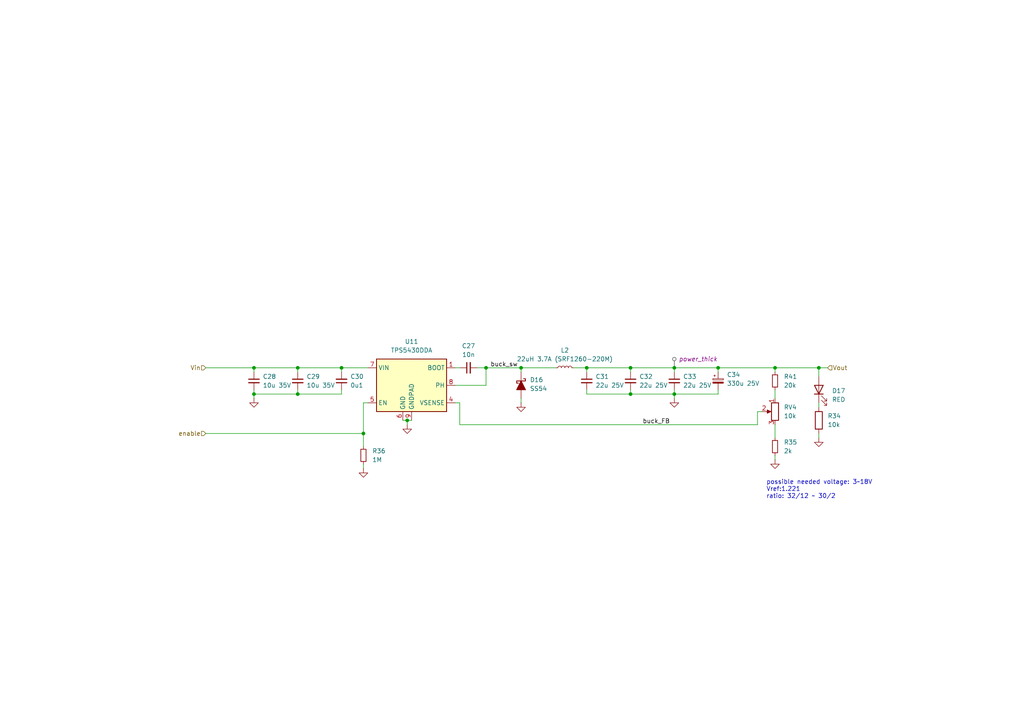
<source format=kicad_sch>
(kicad_sch (version 20231120) (generator "eeschema") (generator_version "8.0")
  (paper "A4")
  (title_block (title "HVB_LV1") (date "2024-10-25") (rev "1.0") (company "NTURacing") (comment 1 "Powertrain") (comment 2 "郭哲明 Jack Kuo"))
  (lib_symbols
    (symbol "Device:C_Polarized_Small" (pin_numbers hide) (pin_names (offset 0.254) hide)
      (property "Reference" "C" (at 0.254 1.778 0))
      (property "Value" "C_Polarized_Small" (at 0.254 -2.032 0))
      (symbol "C_Polarized_Small_0_1"
        (rectangle (start -1.524 -0.3048) (end 1.524 -0.6858) (fill (type outline)))
        (rectangle (start -1.524 0.6858) (end 1.524 0.3048))
        (polyline (pts (xy -1.27 1.524) (xy -0.762 1.524)))
        (polyline (pts (xy -1.016 1.27) (xy -1.016 1.778)))
      )
      (symbol "C_Polarized_Small_1_1"
        (pin passive line (at 0 2.54 270) (length 1.8542) (name "~") (number "1"))
        (pin passive line (at 0 -2.54 90) (length 1.8542) (name "~") (number "2"))
      )
    )
    (symbol "Device:C_Small" (pin_numbers hide) (pin_names (offset 0.254) hide)
      (property "Reference" "C" (at 0.254 1.778 0))
      (property "Value" "C_Small" (at 0.254 -2.032 0))
      (symbol "C_Small_0_1"
        (polyline (pts (xy -1.524 -0.508) (xy 1.524 -0.508)) (stroke (width 0.3302)))
        (polyline (pts (xy -1.524 0.508) (xy 1.524 0.508)) (stroke (width 0.3048)))
      )
      (symbol "C_Small_1_1"
        (pin passive line (at 0 2.54 270) (length 2.032) (name "~") (number "1"))
        (pin passive line (at 0 -2.54 90) (length 2.032) (name "~") (number "2"))
      )
    )
    (symbol "Device:LED" (pin_numbers hide) (pin_names (offset 1.016) hide)
      (property "Reference" "D" (at 0 2.54 0))
      (property "Value" "LED" (at 0 -2.54 0))
      (symbol "LED_0_1"
        (polyline (pts (xy -1.27 -1.27) (xy -1.27 1.27)) (stroke (width 0.254)))
        (polyline (pts (xy -1.27 0) (xy 1.27 0)))
        (polyline (pts (xy 1.27 -1.27) (xy 1.27 1.27) (xy -1.27 0) (xy 1.27 -1.27)) (stroke (width 0.254)))
        (polyline (pts (xy -3.048 -0.762) (xy -4.572 -2.286) (xy -3.81 -2.286) (xy -4.572 -2.286) (xy -4.572 -1.524)))
        (polyline (pts (xy -1.778 -0.762) (xy -3.302 -2.286) (xy -2.54 -2.286) (xy -3.302 -2.286) (xy -3.302 -1.524)))
      )
      (symbol "LED_1_1"
        (pin passive line (at -3.81 0 0) (length 2.54) (name "K") (number "1"))
        (pin passive line (at 3.81 0 180) (length 2.54) (name "A") (number "2"))
      )
    )
    (symbol "Device:L_Small" (pin_numbers hide) (pin_names (offset 0.254) hide)
      (property "Reference" "L" (at 0.762 1.016 0))
      (property "Value" "L_Small" (at 0.762 -1.016 0))
      (symbol "L_Small_0_1"
        (arc (start 0 -2.032) (mid 0.5058 -1.524) (end 0 -1.016))
        (arc (start 0 -1.016) (mid 0.5058 -0.508) (end 0 0))
        (arc (start 0 0) (mid 0.5058 0.508) (end 0 1.016))
        (arc (start 0 1.016) (mid 0.5058 1.524) (end 0 2.032))
      )
      (symbol "L_Small_1_1"
        (pin passive line (at 0 2.54 270) (length 0.508) (name "~") (number "1"))
        (pin passive line (at 0 -2.54 90) (length 0.508) (name "~") (number "2"))
      )
    )
    (symbol "Device:R" (pin_numbers hide) (pin_names (offset 0))
      (property "Reference" "R" (at 2.032 0 90))
      (property "Value" "R" (at 0 0 90))
      (symbol "R_0_1"
        (rectangle (start -1.016 -2.54) (end 1.016 2.54) (stroke (width 0.254)))
      )
      (symbol "R_1_1"
        (pin passive line (at 0 3.81 270) (length 1.27) (name "~") (number "1"))
        (pin passive line (at 0 -3.81 90) (length 1.27) (name "~") (number "2"))
      )
    )
    (symbol "Device:R_Potentiometer" (pin_names (offset 1.016) hide)
      (property "Reference" "RV" (at -4.445 0 90))
      (property "Value" "R_Potentiometer" (at -2.54 0 90))
      (symbol "R_Potentiometer_0_1"
        (polyline (pts (xy 2.54 0) (xy 1.524 0)))
        (polyline (pts (xy 1.143 0) (xy 2.286 0.508) (xy 2.286 -0.508) (xy 1.143 0)) (fill (type outline)))
        (rectangle (start 1.016 2.54) (end -1.016 -2.54) (stroke (width 0.254)))
      )
      (symbol "R_Potentiometer_1_1"
        (pin passive line (at 0 3.81 270) (length 1.27) (name "1") (number "1"))
        (pin passive line (at 3.81 0 180) (length 1.27) (name "2") (number "2"))
        (pin passive line (at 0 -3.81 90) (length 1.27) (name "3") (number "3"))
      )
    )
    (symbol "Device:R_Small" (pin_numbers hide) (pin_names (offset 0.254) hide)
      (property "Reference" "R" (at 0.762 0.508 0))
      (property "Value" "R_Small" (at 0.762 -1.016 0))
      (symbol "R_Small_0_1"
        (rectangle (start -0.762 1.778) (end 0.762 -1.778) (stroke (width 0.2032)))
      )
      (symbol "R_Small_1_1"
        (pin passive line (at 0 2.54 270) (length 0.762) (name "~") (number "1"))
        (pin passive line (at 0 -2.54 90) (length 0.762) (name "~") (number "2"))
      )
    )
    (symbol "PCM_Diode_Schottky_AKL:SS54" (pin_numbers hide) (pin_names (offset 1.016) hide)
      (property "Reference" "D" (at 0 5.08 0))
      (property "Value" "SS54" (at 0 2.54 0))
      (symbol "SS54_0_1"
        (polyline (pts (xy -1.27 0) (xy 1.27 0)))
        (polyline (pts (xy -1.27 -1.27) (xy -1.27 1.27) (xy 1.27 0) (xy -1.27 -1.27)) (stroke (width 0.254)) (fill (type outline)))
        (polyline (pts (xy 1.905 -0.762) (xy 1.905 -1.27) (xy 1.27 -1.27) (xy 1.27 1.27) (xy 0.635 1.27) (xy 0.635 0.762)) (stroke (width 0.254)))
      )
      (symbol "SS54_0_2"
        (polyline (pts (xy -2.54 -2.54) (xy 2.54 2.54)))
        (polyline (pts (xy 0 1.778) (xy 1.778 0)) (stroke (width 0.254)))
        (polyline (pts (xy 0 1.778) (xy -0.381 1.397) (xy 0 1.016)) (stroke (width 0.254)))
        (polyline (pts (xy 1.778 0) (xy 2.159 0.381) (xy 1.778 0.762)) (stroke (width 0.254)))
        (polyline (pts (xy -0.889 -0.889) (xy -1.778 0) (xy 0.889 0.889) (xy 0 -1.778) (xy -0.889 -0.889)) (stroke (width 0.254)) (fill (type outline)))
      )
      (symbol "SS54_1_1"
        (pin passive line (at 3.81 0 180) (length 2.54) (name "K") (number "1"))
        (pin passive line (at -3.81 0 0) (length 2.54) (name "A") (number "2"))
      )
      (symbol "SS54_1_2"
        (pin passive line (at 2.54 2.54 180) (length 0) (name "K") (number "1"))
        (pin passive line (at -2.54 -2.54 0) (length 0) (name "A") (number "2"))
      )
    )
    (symbol "Regulator_Switching:TPS5430DDA"
      (property "Reference" "U" (at -10.16 8.89 0))
      (property "Value" "TPS5430DDA" (at -1.27 8.89 0))
      (symbol "TPS5430DDA_0_1"
        (rectangle (start -10.16 7.62) (end 10.16 -7.62) (stroke (width 0.254)) (fill (type background)))
      )
      (symbol "TPS5430DDA_1_1"
        (pin input line (at 12.7 5.08 180) (length 2.54) (name "BOOT") (number "1"))
        (pin no_connect line (at -10.16 2.54 0) (length 2.54) hide (name "NC") (number "2"))
        (pin no_connect line (at -10.16 -2.54 0) (length 2.54) hide (name "NC") (number "3"))
        (pin input line (at 12.7 -5.08 180) (length 2.54) (name "VSENSE") (number "4"))
        (pin input line (at -12.7 -5.08 0) (length 2.54) (name "EN") (number "5"))
        (pin power_in line (at -2.54 -10.16 90) (length 2.54) (name "GND") (number "6"))
        (pin power_in line (at -12.7 5.08 0) (length 2.54) (name "VIN") (number "7"))
        (pin output line (at 12.7 0 180) (length 2.54) (name "PH") (number "8"))
        (pin power_in line (at 0 -10.16 90) (length 2.54) (name "GNDPAD") (number "9"))
      )
    )
    (symbol "power:GND" (power) (pin_numbers hide) (pin_names (offset 0) hide)
      (property "Value" "GND" (at 0 -3.81 0))
      (symbol "GND_0_1"
        (polyline (pts (xy 0 0) (xy 0 -1.27) (xy 1.27 -1.27) (xy 0 -2.54) (xy -1.27 -1.27) (xy 0 -1.27)))
      )
      (symbol "GND_1_1"
        (pin power_in line (at 0 0 270) (length 0) (name "~") (number "1"))
      )
    )
  )
  (junction (at 99.06 106.68))
  (junction (at 237.49 106.68))
  (junction (at 182.88 106.68))
  (junction (at 195.58 106.68))
  (junction (at 208.28 106.68))
  (junction (at 118.11 121.92))
  (junction (at 86.36 106.68))
  (junction (at 73.66 106.68))
  (junction (at 170.18 106.68))
  (junction (at 195.58 114.3))
  (junction (at 105.41 125.73))
  (junction (at 224.79 106.68))
  (junction (at 182.88 114.3))
  (junction (at 86.36 114.3))
  (junction (at 140.97 106.68))
  (junction (at 73.66 114.3))
  (junction (at 151.13 106.68))
  (wire (pts (xy 86.36 106.68) (xy 86.36 107.95)))
  (wire (pts (xy 99.06 113.03) (xy 99.06 114.3)))
  (wire (pts (xy 140.97 106.68) (xy 140.97 111.76)))
  (wire (pts (xy 133.35 123.19) (xy 133.35 116.84)))
  (wire (pts (xy 133.35 123.19) (xy 219.71 123.19)))
  (wire (pts (xy 138.43 106.68) (xy 140.97 106.68)))
  (wire (pts (xy 151.13 106.68) (xy 161.29 106.68)))
  (wire (pts (xy 99.06 106.68) (xy 106.68 106.68)))
  (wire (pts (xy 195.58 107.95) (xy 195.58 106.68)))
  (wire (pts (xy 132.08 111.76) (xy 140.97 111.76)))
  (wire (pts (xy 224.79 113.03) (xy 224.79 115.57)))
  (wire (pts (xy 195.58 114.3) (xy 195.58 113.03)))
  (wire (pts (xy 182.88 114.3) (xy 182.88 113.03)))
  (wire (pts (xy 237.49 106.68) (xy 240.03 106.68)))
  (wire (pts (xy 118.11 123.19) (xy 118.11 121.92)))
  (wire (pts (xy 73.66 114.3) (xy 86.36 114.3)))
  (wire (pts (xy 208.28 106.68) (xy 224.79 106.68)))
  (wire (pts (xy 224.79 127) (xy 224.79 123.19)))
  (wire (pts (xy 132.08 106.68) (xy 133.35 106.68)))
  (wire (pts (xy 151.13 116.84) (xy 151.13 115.57)))
  (wire (pts (xy 133.35 116.84) (xy 132.08 116.84)))
  (wire (pts (xy 170.18 114.3) (xy 182.88 114.3)))
  (wire (pts (xy 99.06 114.3) (xy 86.36 114.3)))
  (wire (pts (xy 195.58 106.68) (xy 208.28 106.68)))
  (wire (pts (xy 59.69 125.73) (xy 105.41 125.73)))
  (wire (pts (xy 208.28 106.68) (xy 208.28 107.95)))
  (wire (pts (xy 208.28 113.03) (xy 208.28 114.3)))
  (wire (pts (xy 224.79 106.68) (xy 224.79 107.95)))
  (wire (pts (xy 105.41 116.84) (xy 106.68 116.84)))
  (wire (pts (xy 73.66 106.68) (xy 86.36 106.68)))
  (wire (pts (xy 170.18 114.3) (xy 170.18 113.03)))
  (wire (pts (xy 99.06 107.95) (xy 99.06 106.68)))
  (wire (pts (xy 59.69 106.68) (xy 73.66 106.68)))
  (wire (pts (xy 170.18 107.95) (xy 170.18 106.68)))
  (wire (pts (xy 195.58 114.3) (xy 208.28 114.3)))
  (wire (pts (xy 151.13 107.95) (xy 151.13 106.68)))
  (wire (pts (xy 118.11 121.92) (xy 116.84 121.92)))
  (wire (pts (xy 86.36 106.68) (xy 99.06 106.68)))
  (wire (pts (xy 170.18 106.68) (xy 182.88 106.68)))
  (wire (pts (xy 73.66 106.68) (xy 73.66 107.95)))
  (wire (pts (xy 73.66 115.57) (xy 73.66 114.3)))
  (wire (pts (xy 86.36 114.3) (xy 86.36 113.03)))
  (wire (pts (xy 237.49 127) (xy 237.49 125.73)))
  (wire (pts (xy 166.37 106.68) (xy 170.18 106.68)))
  (wire (pts (xy 237.49 109.22) (xy 237.49 106.68)))
  (wire (pts (xy 219.71 119.38) (xy 220.98 119.38)))
  (wire (pts (xy 105.41 116.84) (xy 105.41 125.73)))
  (wire (pts (xy 224.79 106.68) (xy 237.49 106.68)))
  (wire (pts (xy 140.97 106.68) (xy 151.13 106.68)))
  (wire (pts (xy 105.41 135.89) (xy 105.41 134.62)))
  (wire (pts (xy 118.11 121.92) (xy 119.38 121.92)))
  (wire (pts (xy 182.88 114.3) (xy 195.58 114.3)))
  (wire (pts (xy 219.71 119.38) (xy 219.71 123.19)))
  (wire (pts (xy 182.88 107.95) (xy 182.88 106.68)))
  (wire (pts (xy 105.41 129.54) (xy 105.41 125.73)))
  (wire (pts (xy 224.79 133.35) (xy 224.79 132.08)))
  (wire (pts (xy 237.49 118.11) (xy 237.49 116.84)))
  (wire (pts (xy 73.66 114.3) (xy 73.66 113.03)))
  (wire (pts (xy 195.58 106.68) (xy 182.88 106.68)))
  (wire (pts (xy 195.58 115.57) (xy 195.58 114.3)))
  (text "possible needed voltage: 3~18V\nVref:1.221\nratio: 32/12 ~ 30/2" (at 222.25 139.192 0) (effects (font (size 1.27 1.27)) (justify left top)))
  (label "buck_sw" (at 142.24 106.68 0))
  (label "buck_FB" (at 194.31 123.19 180))
  (hierarchical_label "Vin" (shape input) (at 59.69 106.68 180))
  (hierarchical_label "Vout" (shape input) (at 240.03 106.68 0))
  (hierarchical_label "enable" (shape input) (at 59.69 125.73 180))
  (netclass_flag "" (length 2.54) (shape round) (at 195.58 106.68 0) (property "Netclass" "power_thick" (at 196.85 104.14 0) (effects (font (italic yes)) (justify left))))
  (symbol (lib_id "Device:LED") (at 237.49 113.03 90) (unit 1)
    (property "Reference" "D17" (at 241.3 113.3475 90) (effects (justify right)))
    (property "Value" "RED" (at 241.3 115.8875 90) (effects (justify right)))
    (property "Footprint" "LED_SMD:LED_0603_1608Metric" (effects (hide yes)))
    (property "Description" "Light emitting diode" (effects (hide yes)))
    (instances (project "HVB_LV1" (path "" (reference "D17") (unit 1)) (path "" (reference "D19") (unit 1)) (path "" (reference "D25") (unit 1)) (path "" (reference "D21") (unit 1))))
  )
  (symbol (lib_id "Device:C_Small") (at 135.89 106.68 90) (unit 1)
    (property "Reference" "C27" (at 135.8963 100.33 90))
    (property "Value" "10n" (at 135.8963 102.87 90))
    (property "Footprint" "Capacitor_SMD:C_0603_1608Metric" (effects (hide yes)))
    (property "Description" "Unpolarized capacitor, small symbol" (effects (hide yes)))
    (instances (project "HVB_LV1" (path "" (reference "C27") (unit 1)) (path "" (reference "C35") (unit 1)) (path "" (reference "C57") (unit 1)) (path "" (reference "C43") (unit 1))))
  )
  (symbol (lib_id "Device:R_Small") (at 105.41 132.08 0) (unit 1)
    (property "Reference" "R36" (at 107.95 130.81 0) (effects (justify left)))
    (property "Value" "1M" (at 107.95 133.35 0) (effects (justify left)))
    (property "Footprint" "Resistor_SMD:R_0603_1608Metric" (effects (hide yes)))
    (property "Description" "Resistor, small symbol" (effects (hide yes)))
    (instances (project "HVB_LV1" (path "" (reference "R36") (unit 1)) (path "" (reference "R40") (unit 1)) (path "" (reference "R52") (unit 1)) (path "" (reference "R44") (unit 1))))
  )
  (symbol (lib_id "power:GND") (at 237.49 127 0) (unit 1)
    (property "Reference" "#PWR0116" (effects (hide yes)))
    (property "Value" "GND" (effects (hide yes)))
    (property "Description" "Power symbol creates a global label with name \"GND\" , ground" (effects (hide yes)))
    (instances (project "HVB_LV1" (path "" (reference "#PWR0116") (unit 1)) (path "" (reference "#PWR0123") (unit 1)) (path "" (reference "#PWR0149") (unit 1)) (path "" (reference "#PWR0130") (unit 1))))
  )
  (symbol (lib_id "Device:C_Small") (at 73.66 110.49 0) (unit 1)
    (property "Reference" "C28" (at 76.2 109.2262 0) (effects (justify left)))
    (property "Value" "10u 35V" (at 76.2 111.7662 0) (effects (justify left)))
    (property "Footprint" "Capacitor_SMD:C_1206_3216Metric" (effects (hide yes)))
    (property "Description" "Unpolarized capacitor, small symbol" (effects (hide yes)))
    (instances (project "HVB_LV1" (path "" (reference "C28") (unit 1)) (path "" (reference "C36") (unit 1)) (path "" (reference "C58") (unit 1)) (path "" (reference "C44") (unit 1))))
  )
  (symbol (lib_id "Device:C_Small") (at 170.18 110.49 0) (unit 1)
    (property "Reference" "C31" (at 172.72 109.2262 0) (effects (justify left)))
    (property "Value" "22u 25V" (at 172.72 111.7662 0) (effects (justify left)))
    (property "Footprint" "Capacitor_SMD:C_1206_3216Metric" (effects (hide yes)))
    (property "Description" "Unpolarized capacitor, small symbol" (effects (hide yes)))
    (instances (project "HVB_LV1" (path "" (reference "C31") (unit 1)) (path "" (reference "C39") (unit 1)) (path "" (reference "C61") (unit 1)) (path "" (reference "C47") (unit 1))))
  )
  (symbol (lib_id "Device:C_Small") (at 86.36 110.49 0) (unit 1)
    (property "Reference" "C29" (at 88.9 109.2262 0) (effects (justify left)))
    (property "Value" "10u 35V" (at 88.9 111.7662 0) (effects (justify left)))
    (property "Footprint" "Capacitor_SMD:C_1206_3216Metric" (effects (hide yes)))
    (property "Description" "Unpolarized capacitor, small symbol" (effects (hide yes)))
    (instances (project "HVB_LV1" (path "" (reference "C29") (unit 1)) (path "" (reference "C37") (unit 1)) (path "" (reference "C59") (unit 1)) (path "" (reference "C45") (unit 1))))
  )
  (symbol (lib_id "Device:C_Small") (at 182.88 110.49 0) (unit 1)
    (property "Reference" "C32" (at 185.42 109.2262 0) (effects (justify left)))
    (property "Value" "22u 25V" (at 185.42 111.7662 0) (effects (justify left)))
    (property "Footprint" "Capacitor_SMD:C_1206_3216Metric" (effects (hide yes)))
    (property "Description" "Unpolarized capacitor, small symbol" (effects (hide yes)))
    (instances (project "HVB_LV1" (path "" (reference "C32") (unit 1)) (path "" (reference "C40") (unit 1)) (path "" (reference "C62") (unit 1)) (path "" (reference "C48") (unit 1))))
  )
  (symbol (lib_id "power:GND") (at 224.79 133.35 0) (unit 1)
    (property "Reference" "#PWR0117" (effects (hide yes)))
    (property "Value" "GND" (effects (hide yes)))
    (property "Description" "Power symbol creates a global label with name \"GND\" , ground" (effects (hide yes)))
    (instances (project "HVB_LV1" (path "" (reference "#PWR0117") (unit 1)) (path "" (reference "#PWR0124") (unit 1)) (path "" (reference "#PWR0150") (unit 1)) (path "" (reference "#PWR0131") (unit 1))))
  )
  (symbol (lib_id "power:GND") (at 105.41 135.89 0) (unit 1)
    (property "Reference" "#PWR0118" (effects (hide yes)))
    (property "Value" "GND" (effects (hide yes)))
    (property "Description" "Power symbol creates a global label with name \"GND\" , ground" (effects (hide yes)))
    (instances (project "HVB_LV1" (path "" (reference "#PWR0118") (unit 1)) (path "" (reference "#PWR0125") (unit 1)) (path "" (reference "#PWR0151") (unit 1)) (path "" (reference "#PWR0132") (unit 1))))
  )
  (symbol (lib_id "Device:R") (at 237.49 121.92 0) (unit 1)
    (property "Reference" "R34" (at 240.03 120.65 0) (effects (justify left)))
    (property "Value" "10k" (at 240.03 123.19 0) (effects (justify left)))
    (property "Footprint" "Resistor_SMD:R_0603_1608Metric" (effects (hide yes)))
    (property "Description" "Resistor" (effects (hide yes)))
    (instances (project "HVB_LV1" (path "" (reference "R34") (unit 1)) (path "" (reference "R38") (unit 1)) (path "" (reference "R50") (unit 1)) (path "" (reference "R42") (unit 1))))
  )
  (symbol (lib_id "power:GND") (at 73.66 115.57 0) (unit 1)
    (property "Reference" "#PWR0113" (effects (hide yes)))
    (property "Value" "GND" (effects (hide yes)))
    (property "Description" "Power symbol creates a global label with name \"GND\" , ground" (effects (hide yes)))
    (instances (project "HVB_LV1" (path "" (reference "#PWR0113") (unit 1)) (path "" (reference "#PWR0120") (unit 1)) (path "" (reference "#PWR0140") (unit 1)) (path "" (reference "#PWR0127") (unit 1))))
  )
  (symbol (lib_id "power:GND") (at 118.11 123.19 0) (unit 1)
    (property "Reference" "#PWR0115" (effects (hide yes)))
    (property "Value" "GND" (effects (hide yes)))
    (property "Description" "Power symbol creates a global label with name \"GND\" , ground" (effects (hide yes)))
    (instances (project "HVB_LV1" (path "" (reference "#PWR0115") (unit 1)) (path "" (reference "#PWR0122") (unit 1)) (path "" (reference "#PWR0148") (unit 1)) (path "" (reference "#PWR0129") (unit 1))))
  )
  (symbol (lib_id "power:GND") (at 195.58 115.57 0) (unit 1)
    (property "Reference" "#PWR0112" (effects (hide yes)))
    (property "Value" "GND" (effects (hide yes)))
    (property "Description" "Power symbol creates a global label with name \"GND\" , ground" (effects (hide yes)))
    (instances (project "HVB_LV1" (path "" (reference "#PWR0112") (unit 1)) (path "" (reference "#PWR0119") (unit 1)) (path "" (reference "#PWR0133") (unit 1)) (path "" (reference "#PWR0126") (unit 1))))
  )
  (symbol (lib_id "Device:R_Potentiometer") (at 224.79 119.38 0) (mirror y) (unit 1)
    (property "Reference" "RV4" (at 227.33 118.11 0) (effects (justify right)))
    (property "Value" "10k" (at 227.33 120.65 0) (effects (justify right)))
    (property "Footprint" "PCM_Potentiometer_THT_AKL:Potentiometer_Bourns_3266W_Vertical" (effects (hide yes)))
    (property "Description" "Potentiometer" (effects (hide yes)))
    (instances (project "HVB_LV1" (path "" (reference "RV4") (unit 1)) (path "" (reference "RV5") (unit 1)) (path "" (reference "RV9") (unit 1)) (path "" (reference "RV6") (unit 1))))
  )
  (symbol (lib_id "Device:C_Small") (at 99.06 110.49 180) (unit 1)
    (property "Reference" "C30" (at 101.6 109.2135 0) (effects (justify right)))
    (property "Value" "0u1" (at 101.6 111.7535 0) (effects (justify right)))
    (property "Footprint" "Capacitor_SMD:C_0603_1608Metric" (effects (hide yes)))
    (property "Description" "Unpolarized capacitor, small symbol" (effects (hide yes)))
    (instances (project "HVB_LV1" (path "" (reference "C30") (unit 1)) (path "" (reference "C38") (unit 1)) (path "" (reference "C60") (unit 1)) (path "" (reference "C46") (unit 1))))
  )
  (symbol (lib_id "Device:C_Polarized_Small") (at 208.28 110.49 0) (unit 1)
    (property "Reference" "C34" (at 210.82 108.6738 0) (effects (justify left)))
    (property "Value" "330u 25V" (at 210.82 111.2138 0) (effects (justify left)))
    (property "Footprint" "Capacitor_THT:CP_Radial_D8.0mm_P3.80mm" (effects (hide yes)))
    (property "Description" "Polarized capacitor, small symbol" (effects (hide yes)))
    (instances (project "HVB_LV1" (path "" (reference "C34") (unit 1)) (path "" (reference "C42") (unit 1)) (path "" (reference "C64") (unit 1)) (path "" (reference "C50") (unit 1))))
  )
  (symbol (lib_id "power:GND") (at 151.13 116.84 0) (unit 1)
    (property "Reference" "#PWR0114" (effects (hide yes)))
    (property "Value" "GND" (effects (hide yes)))
    (property "Description" "Power symbol creates a global label with name \"GND\" , ground" (effects (hide yes)))
    (instances (project "HVB_LV1" (path "" (reference "#PWR0114") (unit 1)) (path "" (reference "#PWR0121") (unit 1)) (path "" (reference "#PWR0147") (unit 1)) (path "" (reference "#PWR0128") (unit 1))))
  )
  (symbol (lib_id "PCM_Diode_Schottky_AKL:SS54") (at 151.13 111.76 90) (unit 1)
    (property "Reference" "D16" (at 153.67 110.1724 90) (effects (justify right)))
    (property "Value" "SS54" (at 153.67 112.7124 90) (effects (justify right)))
    (property "Footprint" "Diode_SMD:D_SMA" (effects (hide yes)))
    (property "Datasheet" "https://www.laro.com.pl/pdf/ss56.pdf" (effects (hide yes)))
    (property "Description" "SMC Schottky diode, 40V, 5A, Alternate KiCAD Library" (effects (hide yes)))
    (instances (project "HVB_LV1" (path "" (reference "D16") (unit 1)) (path "" (reference "D18") (unit 1)) (path "" (reference "D24") (unit 1)) (path "" (reference "D20") (unit 1))))
  )
  (symbol (lib_id "Device:R_Small") (at 224.79 129.54 0) (unit 1)
    (property "Reference" "R35" (at 227.33 128.27 0) (effects (justify left)))
    (property "Value" "2k" (at 227.33 130.81 0) (effects (justify left)))
    (property "Footprint" "Resistor_SMD:R_0603_1608Metric" (effects (hide yes)))
    (property "Description" "Resistor, small symbol" (effects (hide yes)))
    (instances (project "HVB_LV1" (path "" (reference "R35") (unit 1)) (path "" (reference "R39") (unit 1)) (path "" (reference "R51") (unit 1)) (path "" (reference "R43") (unit 1))))
  )
  (symbol (lib_id "Device:C_Small") (at 195.58 110.49 0) (unit 1)
    (property "Reference" "C33" (at 198.12 109.2262 0) (effects (justify left)))
    (property "Value" "22u 25V" (at 198.12 111.7662 0) (effects (justify left)))
    (property "Footprint" "Capacitor_SMD:C_1206_3216Metric" (effects (hide yes)))
    (property "Description" "Unpolarized capacitor, small symbol" (effects (hide yes)))
    (instances (project "HVB_LV1" (path "" (reference "C33") (unit 1)) (path "" (reference "C41") (unit 1)) (path "" (reference "C63") (unit 1)) (path "" (reference "C49") (unit 1))))
  )
  (symbol (lib_id "Regulator_Switching:TPS5430DDA") (at 119.38 111.76 0) (unit 1)
    (property "Reference" "U11" (at 119.38 99.06 0))
    (property "Value" "TPS5430DDA" (at 119.38 101.6 0))
    (property "Footprint" "Package_SO:TI_SO-PowerPAD-8_ThermalVias" (effects (hide yes)))
    (property "Datasheet" "http://www.ti.com/lit/ds/symlink/tps5430.pdf" (effects (hide yes)))
    (property "Description" "3A, Step Down Swift Converter, Adjustable Output Voltage, 5.5-36V Input Voltage, PowerSO-8" (effects (hide yes)))
    (instances (project "HVB_LV1" (path "" (reference "U11") (unit 1)) (path "" (reference "U12") (unit 1)) (path "" (reference "U16") (unit 1)) (path "" (reference "U13") (unit 1))))
  )
  (symbol (lib_id "Device:L_Small") (at 163.83 106.68 90) (unit 1)
    (property "Reference" "L2" (at 163.83 101.6 90))
    (property "Value" "22uH 3.7A (SRF1260-220M)" (at 163.83 104.14 90))
    (property "Footprint" "Inductor_SMD:L_Bourns_SRR1260" (effects (hide yes)))
    (property "Description" "Inductor, small symbol" (effects (hide yes)))
    (instances (project "HVB_LV1" (path "" (reference "L2") (unit 1)) (path "" (reference "L3") (unit 1)) (path "" (reference "L5") (unit 1)) (path "" (reference "L4") (unit 1))))
  )
  (symbol (lib_id "Device:R_Small") (at 224.79 110.49 0) (unit 1)
    (property "Reference" "R41" (at 227.33 109.22 0) (effects (justify left)))
    (property "Value" "20k" (at 227.33 111.76 0) (effects (justify left)))
    (property "Footprint" "Resistor_SMD:R_0603_1608Metric" (effects (hide yes)))
    (property "Description" "Resistor, small symbol" (effects (hide yes)))
    (instances (project "" (path "" (reference "R41") (unit 1)) (path "" (reference "R37") (unit 1)) (path "" (reference "R49") (unit 1)) (path "" (reference "R33") (unit 1))))
  )
)
</source>
